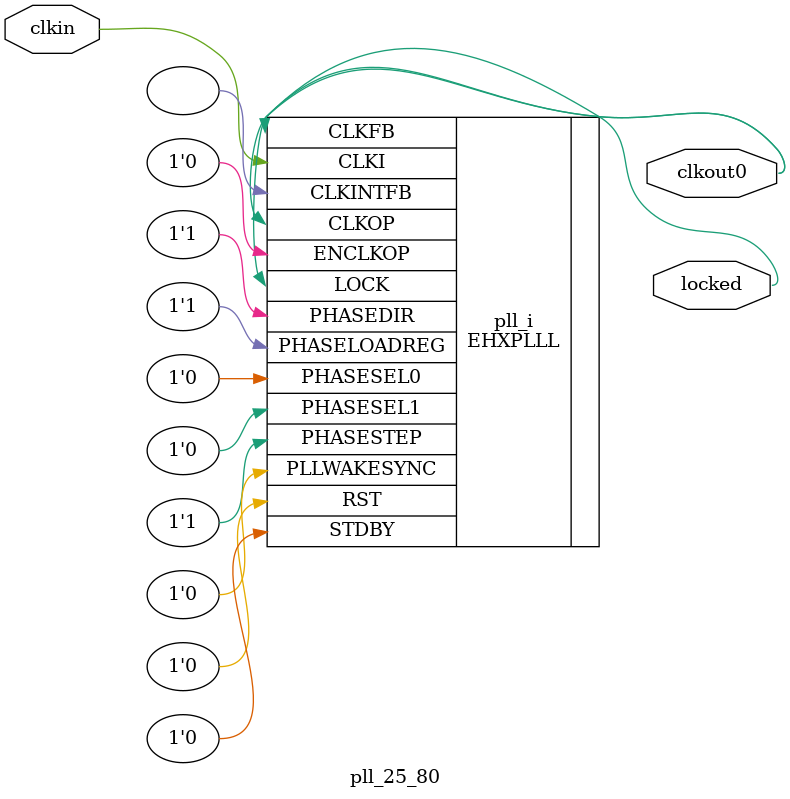
<source format=v>
module pll_25_80
(
    input clkin, // 25 MHz, 0 deg
    output clkout0, // 80 MHz, 0 deg
    output locked
);
(* FREQUENCY_PIN_CLKI="25" *)
(* FREQUENCY_PIN_CLKOP="80" *)
(* ICP_CURRENT="12" *) (* LPF_RESISTOR="8" *) (* MFG_ENABLE_FILTEROPAMP="1" *) (* MFG_GMCREF_SEL="2" *)
EHXPLLL #(
        .PLLRST_ENA("DISABLED"),
        .INTFB_WAKE("DISABLED"),
        .STDBY_ENABLE("DISABLED"),
        .DPHASE_SOURCE("DISABLED"),
        .OUTDIVIDER_MUXA("DIVA"),
        .OUTDIVIDER_MUXB("DIVB"),
        .OUTDIVIDER_MUXC("DIVC"),
        .OUTDIVIDER_MUXD("DIVD"),
        .CLKI_DIV(5),
        .CLKOP_ENABLE("ENABLED"),
        .CLKOP_DIV(7),
        .CLKOP_CPHASE(3),
        .CLKOP_FPHASE(0),
        .FEEDBK_PATH("CLKOP"),
        .CLKFB_DIV(16)
    ) pll_i (
        .RST(1'b0),
        .STDBY(1'b0),
        .CLKI(clkin),
        .CLKOP(clkout0),
        .CLKFB(clkout0),
        .CLKINTFB(),
        .PHASESEL0(1'b0),
        .PHASESEL1(1'b0),
        .PHASEDIR(1'b1),
        .PHASESTEP(1'b1),
        .PHASELOADREG(1'b1),
        .PLLWAKESYNC(1'b0),
        .ENCLKOP(1'b0),
        .LOCK(locked)
	);
endmodule

</source>
